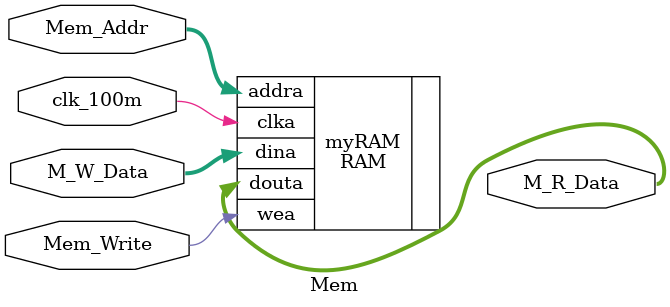
<source format=v>
`timescale 1ns / 1ps
module Mem(
	 input clk_100m,
    input [5:0] Mem_Addr,   
    input Mem_Write,	 
    input [31:0] M_W_Data,
    output [31:0] M_R_Data    
    );
	
	
	RAM myRAM (
  .clka(clk_100m), // input clka
  .wea(Mem_Write), // input [0 : 0] wea
  .addra(Mem_Addr), // input [5 : 0] addra
  .dina(M_W_Data), // input [31 : 0] dina
  .douta(M_R_Data) // output [31 : 0] douta
);

endmodule

</source>
